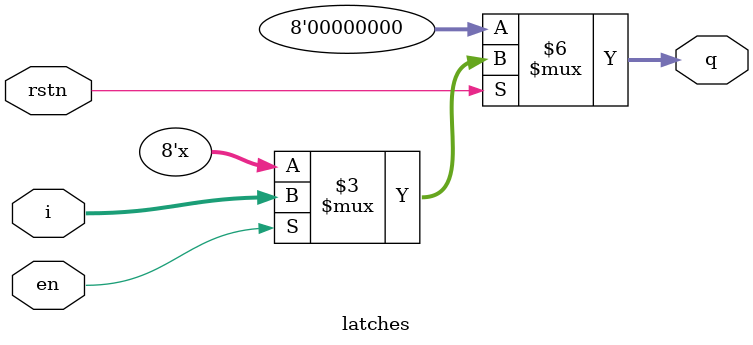
<source format=v>
module latches (
              q,
              en, i, rstn
              );
   parameter LATCH_BITS = 8;
   parameter RESET_VALUE = {LATCH_BITS{1'b0}};
   localparam LATCH_MSB= LATCH_BITS-1;
   input en;
   input [LATCH_MSB:0] i;
   input rstn;
   output [LATCH_MSB:0] q;
   reg    [LATCH_MSB:0] q;
   always @* begin
      if(rstn == 1'b0)
        q <= RESET_VALUE;
      else
        if(en)
          q <= i;
   end
endmodule
</source>
